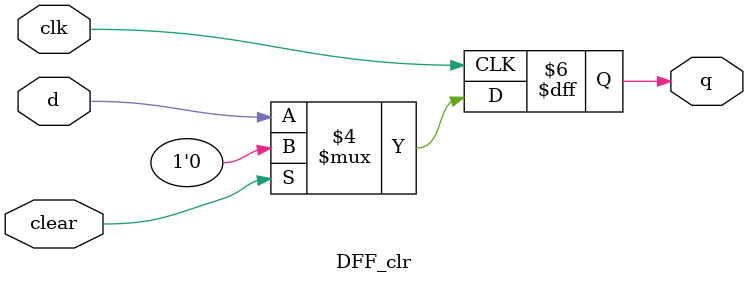
<source format=v>
`timescale 1ns / 1ps


module DFF_clr(
    input d,
    input clk,
    input clear,
    output reg q
    );
    always@(posedge clk)
    begin
        if (clear == 1)
            q=1'b0;
        else
            q=d;   
    end
endmodule

</source>
